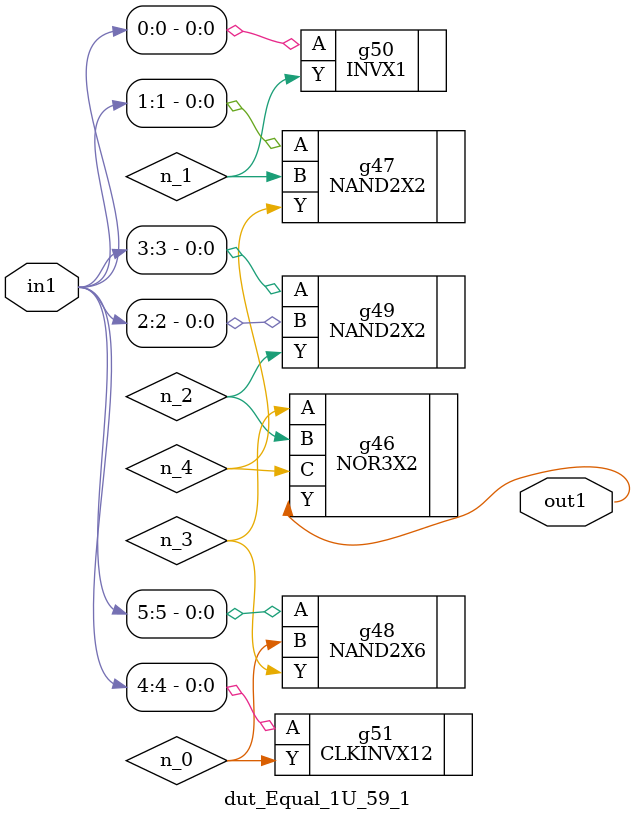
<source format=v>
`timescale 1ps / 1ps


module dut_Equal_1U_59_1(in1, out1);
  input [5:0] in1;
  output out1;
  wire [5:0] in1;
  wire out1;
  wire n_0, n_1, n_2, n_3, n_4;
  NOR3X2 g46(.A (n_3), .B (n_2), .C (n_4), .Y (out1));
  NAND2X2 g47(.A (in1[1]), .B (n_1), .Y (n_4));
  NAND2X6 g48(.A (in1[5]), .B (n_0), .Y (n_3));
  NAND2X2 g49(.A (in1[3]), .B (in1[2]), .Y (n_2));
  INVX1 g50(.A (in1[0]), .Y (n_1));
  CLKINVX12 g51(.A (in1[4]), .Y (n_0));
endmodule



</source>
